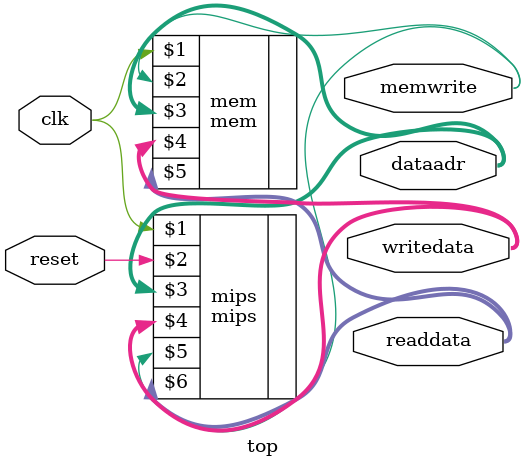
<source format=sv>
`timescale 1ns / 1ps

module top#(parameter N = 32)(
    input   logic        clk, reset,
    output  logic [N-1:0]writedata, dataadr,
    output  logic        memwrite,
    output  logic [N-1:0]readdata
);
    mips mips(clk, reset, dataadr, writedata,  memwrite, readdata);
    mem mem(clk,memwrite,dataadr,writedata,readdata);

endmodule
</source>
